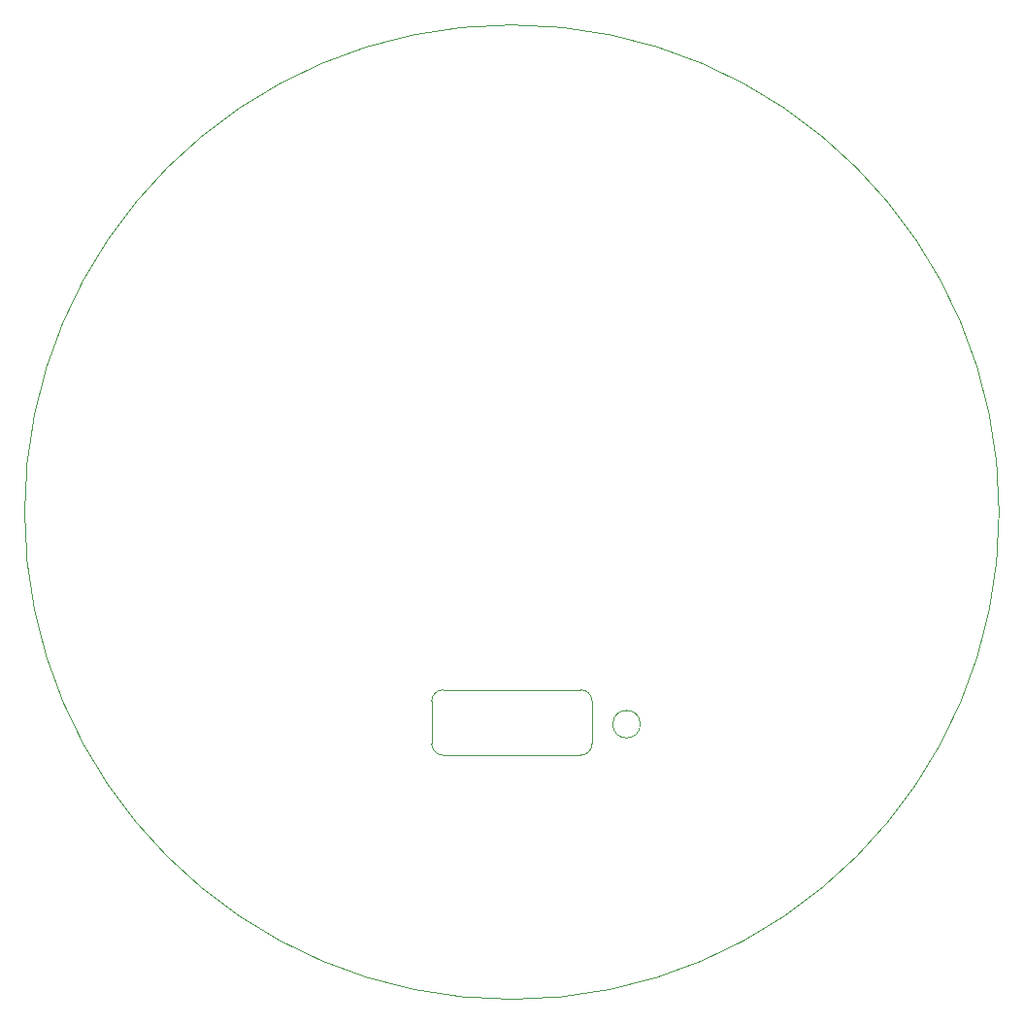
<source format=gbr>
%TF.GenerationSoftware,KiCad,Pcbnew,7.0.11*%
%TF.CreationDate,2024-08-27T07:46:35-07:00*%
%TF.ProjectId,nightLight,6e696768-744c-4696-9768-742e6b696361,rev?*%
%TF.SameCoordinates,Original*%
%TF.FileFunction,Profile,NP*%
%FSLAX46Y46*%
G04 Gerber Fmt 4.6, Leading zero omitted, Abs format (unit mm)*
G04 Created by KiCad (PCBNEW 7.0.11) date 2024-08-27 07:46:35*
%MOMM*%
%LPD*%
G01*
G04 APERTURE LIST*
%TA.AperFunction,Profile*%
%ADD10C,0.050000*%
%TD*%
%TA.AperFunction,Profile*%
%ADD11C,0.010000*%
%TD*%
G04 APERTURE END LIST*
D10*
X185000001Y-76000000D02*
G75*
G03*
X184999999Y-76000000I-1J0D01*
G01*
X184999999Y-76000000D02*
G75*
G03*
X185000001Y-76000000I1J0D01*
G01*
X192500000Y-100000000D02*
G75*
G03*
X107500000Y-100000000I-42500000J0D01*
G01*
X107500000Y-100000000D02*
G75*
G03*
X192500000Y-100000000I42500000J0D01*
G01*
%TO.C,U1*%
X143000000Y-116500000D02*
X143000000Y-120200000D01*
X144000000Y-121200000D02*
X156000000Y-121200000D01*
X156000000Y-115500000D02*
X144000000Y-115500000D01*
X157000000Y-116500000D02*
X157000000Y-120200000D01*
X144000000Y-115500000D02*
G75*
G03*
X143000000Y-116500000I-1J-999999D01*
G01*
X143000000Y-120200000D02*
G75*
G03*
X144000000Y-121200000I999999J-1D01*
G01*
X157000000Y-116500000D02*
G75*
G03*
X156000000Y-115500000I-1000000J0D01*
G01*
X156000000Y-121200000D02*
G75*
G03*
X157000000Y-120200000I0J1000000D01*
G01*
D11*
%TO.C,D1*%
X161200000Y-118500000D02*
G75*
G03*
X158800000Y-118500000I-1200000J0D01*
G01*
X158800000Y-118500000D02*
G75*
G03*
X161200000Y-118500000I1200000J0D01*
G01*
%TD*%
M02*

</source>
